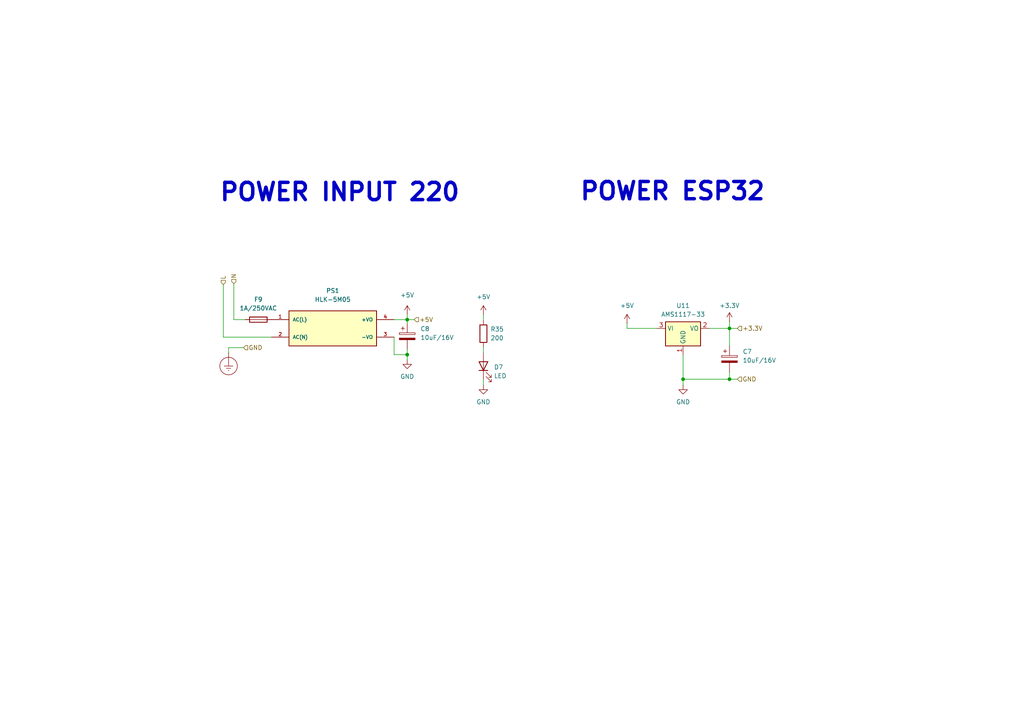
<source format=kicad_sch>
(kicad_sch (version 20231120) (generator "eeschema") (generator_version "8.0")
  (paper "A4")
  (title_block (title "IoT Node") (date "2026-01-28") (rev "V3") (company "PT. MEDION FARMA JAYA") (comment 1 "DESAIN @DMSRAGAA") (comment 2 "INSTITUT TEKNOLOGI SEPULUH NOPEMBER"))
  (lib_symbols
    (symbol "Device:C_Polarized" (pin_numbers hide) (pin_names (offset 0.254))
      (property "Reference" "C" (at 0.635 2.54 0))
      (property "Value" "C_Polarized" (at 0.635 -2.54 0))
      (symbol "C_Polarized_0_1"
        (rectangle (start -2.286 0.508) (end 2.286 1.016))
        (polyline (pts (xy -1.778 2.286) (xy -0.762 2.286)))
        (polyline (pts (xy -1.27 2.794) (xy -1.27 1.778)))
        (rectangle (start 2.286 -0.508) (end -2.286 -1.016) (fill (type outline)))
      )
      (symbol "C_Polarized_1_1"
        (pin passive line (at 0 3.81 270) (length 2.794) (name "~") (number "1"))
        (pin passive line (at 0 -3.81 90) (length 2.794) (name "~") (number "2"))
      )
    )
    (symbol "Device:Fuse" (pin_numbers hide) (pin_names (offset 0))
      (property "Reference" "F" (at 2.032 0 90))
      (property "Value" "Fuse" (at -1.905 0 90))
      (symbol "Fuse_0_1"
        (rectangle (start -0.762 -2.54) (end 0.762 2.54) (stroke (width 0.254)))
        (polyline (pts (xy 0 2.54) (xy 0 -2.54)))
      )
      (symbol "Fuse_1_1"
        (pin passive line (at 0 3.81 270) (length 1.27) (name "~") (number "1"))
        (pin passive line (at 0 -3.81 90) (length 1.27) (name "~") (number "2"))
      )
    )
    (symbol "Device:LED" (pin_numbers hide) (pin_names (offset 1.016) hide)
      (property "Reference" "D" (at 0 2.54 0))
      (property "Value" "LED" (at 0 -2.54 0))
      (symbol "LED_0_1"
        (polyline (pts (xy -1.27 -1.27) (xy -1.27 1.27)) (stroke (width 0.254)))
        (polyline (pts (xy -1.27 0) (xy 1.27 0)))
        (polyline (pts (xy 1.27 -1.27) (xy 1.27 1.27) (xy -1.27 0) (xy 1.27 -1.27)) (stroke (width 0.254)))
        (polyline (pts (xy -3.048 -0.762) (xy -4.572 -2.286) (xy -3.81 -2.286) (xy -4.572 -2.286) (xy -4.572 -1.524)))
        (polyline (pts (xy -1.778 -0.762) (xy -3.302 -2.286) (xy -2.54 -2.286) (xy -3.302 -2.286) (xy -3.302 -1.524)))
      )
      (symbol "LED_1_1"
        (pin passive line (at -3.81 0 0) (length 2.54) (name "K") (number "1"))
        (pin passive line (at 3.81 0 180) (length 2.54) (name "A") (number "2"))
      )
    )
    (symbol "Device:R" (pin_numbers hide) (pin_names (offset 0))
      (property "Reference" "R" (at 2.032 0 90))
      (property "Value" "R" (at 0 0 90))
      (symbol "R_0_1"
        (rectangle (start -1.016 -2.54) (end 1.016 2.54) (stroke (width 0.254)))
      )
      (symbol "R_1_1"
        (pin passive line (at 0 3.81 270) (length 1.27) (name "~") (number "1"))
        (pin passive line (at 0 -3.81 90) (length 1.27) (name "~") (number "2"))
      )
    )
    (symbol "HLK-20M05:HLK-20M05" (pin_names (offset 1.016))
      (property "Reference" "PS" (at -12.7 5.842 0))
      (property "Value" "HLK-20M05" (at -12.7 -7.62 0))
      (symbol "HLK-20M05_0_0"
        (rectangle (start -12.7 -5.08) (end 12.7 5.08) (stroke (width 0.254)) (fill (type background)))
        (pin input line (at -17.78 2.54 0) (length 5.08) (name "AC(L)") (number "1"))
        (pin input line (at -17.78 -2.54 0) (length 5.08) (name "AC(N)") (number "2"))
        (pin output line (at 17.78 -2.54 180) (length 5.08) (name "-VO") (number "3"))
        (pin output line (at 17.78 2.54 180) (length 5.08) (name "+VO") (number "4"))
      )
    )
    (symbol "Regulator_Linear:AP1117-33"
      (property "Reference" "U" (at -3.81 3.175 0))
      (property "Value" "AP1117-33" (at 0 3.175 0))
      (symbol "AP1117-33_0_1"
        (rectangle (start -5.08 -5.08) (end 5.08 1.905) (stroke (width 0.254)) (fill (type background)))
      )
      (symbol "AP1117-33_1_1"
        (pin power_in line (at 0 -7.62 90) (length 2.54) (name "GND") (number "1"))
        (pin power_out line (at 7.62 0 180) (length 2.54) (name "VO") (number "2"))
        (pin power_in line (at -7.62 0 0) (length 2.54) (name "VI") (number "3"))
      )
    )
    (symbol "power:+3.3V" (power) (pin_numbers hide) (pin_names (offset 0) hide)
      (property "Value" "+3.3V" (at 0 3.556 0))
      (symbol "+3.3V_0_1"
        (polyline (pts (xy -0.762 1.27) (xy 0 2.54)))
        (polyline (pts (xy 0 0) (xy 0 2.54)))
        (polyline (pts (xy 0 2.54) (xy 0.762 1.27)))
      )
      (symbol "+3.3V_1_1"
        (pin power_in line (at 0 0 90) (length 0) (name "~") (number "1"))
      )
    )
    (symbol "power:+5V" (power) (pin_numbers hide) (pin_names (offset 0) hide)
      (property "Value" "+5V" (at 0 3.556 0))
      (symbol "+5V_0_1"
        (polyline (pts (xy -0.762 1.27) (xy 0 2.54)))
        (polyline (pts (xy 0 0) (xy 0 2.54)))
        (polyline (pts (xy 0 2.54) (xy 0.762 1.27)))
      )
      (symbol "+5V_1_1"
        (pin power_in line (at 0 0 90) (length 0) (name "~") (number "1"))
      )
    )
    (symbol "power:Earth_Protective" (power) (pin_numbers hide) (pin_names (offset 0) hide)
      (property "Value" "Earth_Protective" (at 0 -7.62 0))
      (symbol "Earth_Protective_0_1"
        (circle (center 0 -3.81) (radius 2.54))
        (polyline (pts (xy -0.635 -4.445) (xy 0.635 -4.445)))
        (polyline (pts (xy -0.127 -5.08) (xy 0.127 -5.08)))
        (polyline (pts (xy 0 -3.81) (xy 0 0)))
        (polyline (pts (xy 1.27 -3.81) (xy -1.27 -3.81)))
      )
      (symbol "Earth_Protective_1_1"
        (pin power_in line (at 0 0 270) (length 0) (name "~") (number "1"))
      )
    )
    (symbol "power:GND" (power) (pin_numbers hide) (pin_names (offset 0) hide)
      (property "Value" "GND" (at 0 -3.81 0))
      (symbol "GND_0_1"
        (polyline (pts (xy 0 0) (xy 0 -1.27) (xy 1.27 -1.27) (xy 0 -2.54) (xy -1.27 -1.27) (xy 0 -1.27)))
      )
      (symbol "GND_1_1"
        (pin power_in line (at 0 0 270) (length 0) (name "~") (number "1"))
      )
    )
  )
  (junction (at 118.11 102.87))
  (junction (at 118.11 92.71))
  (junction (at 198.12 109.982))
  (junction (at 211.582 109.982))
  (junction (at 211.582 95.25))
  (wire (pts (xy 66.294 100.838) (xy 66.294 102.362)))
  (wire (pts (xy 198.12 102.87) (xy 198.12 109.982)))
  (wire (pts (xy 211.582 95.25) (xy 205.74 95.25)))
  (wire (pts (xy 66.294 100.838) (xy 70.612 100.838)))
  (wire (pts (xy 211.582 109.982) (xy 213.868 109.982)))
  (wire (pts (xy 114.3 92.71) (xy 118.11 92.71)))
  (wire (pts (xy 64.77 97.79) (xy 78.74 97.79)))
  (wire (pts (xy 211.582 107.95) (xy 211.582 109.982)))
  (wire (pts (xy 64.77 82.55) (xy 64.77 97.79)))
  (wire (pts (xy 211.582 93.218) (xy 211.582 95.25)))
  (wire (pts (xy 114.3 102.87) (xy 118.11 102.87)))
  (wire (pts (xy 118.11 92.71) (xy 120.142 92.71)))
  (wire (pts (xy 211.582 100.33) (xy 211.582 95.25)))
  (wire (pts (xy 140.208 91.186) (xy 140.208 92.964)))
  (wire (pts (xy 140.208 109.982) (xy 140.208 111.76)))
  (wire (pts (xy 118.11 102.87) (xy 118.11 104.394)))
  (wire (pts (xy 67.818 92.71) (xy 67.818 82.296)))
  (wire (pts (xy 181.864 93.726) (xy 181.864 95.25)))
  (wire (pts (xy 211.582 95.25) (xy 213.868 95.25)))
  (wire (pts (xy 211.582 109.982) (xy 198.12 109.982)))
  (wire (pts (xy 140.208 100.584) (xy 140.208 102.362)))
  (wire (pts (xy 181.864 95.25) (xy 190.5 95.25)))
  (wire (pts (xy 118.11 101.346) (xy 118.11 102.87)))
  (wire (pts (xy 198.12 111.76) (xy 198.12 109.982)))
  (wire (pts (xy 114.3 97.79) (xy 114.3 102.87)))
  (wire (pts (xy 71.12 92.71) (xy 67.818 92.71)))
  (wire (pts (xy 118.11 92.71) (xy 118.11 93.726)))
  (wire (pts (xy 118.11 91.186) (xy 118.11 92.71)))
  (text "POWER INPUT 220" (at 98.552 55.88 0) (effects (font (size 5 5) (bold yes))))
  (text "POWER ESP32" (at 195.072 55.626 0) (effects (font (size 5 5) (thickness 1) (bold yes))))
  (hierarchical_label "GND" (shape input) (at 213.868 109.982 0))
  (hierarchical_label "L" (shape input) (at 64.77 82.55 90))
  (hierarchical_label "+5V" (shape input) (at 120.142 92.71 0))
  (hierarchical_label "+3.3V" (shape input) (at 213.868 95.25 0))
  (hierarchical_label "GND" (shape input) (at 70.612 100.838 0))
  (hierarchical_label "N" (shape input) (at 67.818 82.296 90))
  (symbol (lib_id "power:+5V") (at 181.864 93.726 0) (unit 1)
    (property "Reference" "#PWR024" (effects (hide yes)))
    (property "Value" "+5V" (at 181.864 88.646 0))
    (property "Description" "Power symbol creates a global label with name \"+5V\"" (effects (hide yes)))
  )
  (symbol (lib_id "power:+5V") (at 140.208 91.186 0) (unit 1)
    (property "Reference" "#PWR029" (effects (hide yes)))
    (property "Value" "+5V" (at 140.208 86.106 0))
    (property "Description" "Power symbol creates a global label with name \"+5V\"" (effects (hide yes)))
  )
  (symbol (lib_id "power:GND") (at 118.11 104.394 0) (unit 1)
    (property "Reference" "#PWR028" (effects (hide yes)))
    (property "Value" "GND" (at 118.11 109.22 0))
    (property "Description" "Power symbol creates a global label with name \"GND\" , ground" (effects (hide yes)))
  )
  (symbol (lib_id "power:Earth_Protective") (at 66.294 102.362 0) (unit 1)
    (property "Reference" "#PWR023" (effects (hide yes)))
    (property "Value" "Earth_Protective" (effects (hide yes)))
    (property "Description" "Power symbol creates a global label with name \"Earth_Protective\"" (effects (hide yes)))
  )
  (symbol (lib_id "power:+3.3V") (at 211.582 93.218 0) (unit 1)
    (property "Reference" "#PWR026" (effects (hide yes)))
    (property "Value" "+3.3V" (at 211.582 88.646 0))
    (property "Description" "Power symbol creates a global label with name \"+3.3V\"" (effects (hide yes)))
  )
  (symbol (lib_id "Device:Fuse") (at 74.93 92.71 90) (unit 1)
    (property "Reference" "F9" (at 74.93 86.868 90))
    (property "Value" "1A/250VAC" (at 74.93 89.408 90))
    (property "Footprint" "Capacitor_THT:C_Rect_L7.0mm_W2.5mm_P5.00mm" (effects (hide yes)))
    (property "Description" "Fuse" (effects (hide yes)))
  )
  (symbol (lib_id "HLK-20M05:HLK-20M05") (at 96.52 95.25 0) (unit 1)
    (property "Reference" "PS1" (at 96.52 84.328 0))
    (property "Value" "HLK-5M05" (at 96.52 86.868 0))
    (property "Footprint" "Converter_ACDC:Converter_ACDC_Hi-Link_HLK-5Mxx" (effects (hide yes)))
    (property "PARTREV" "V1.3" (effects (hide yes)))
    (property "MANUFACTURER" "Hi-Link" (effects (hide yes)))
    (property "MAXIMUM_PACKAGE_HEIGHT" "22.5 mm" (effects (hide yes)))
    (property "STANDARD" "Manufacturer Recommendations" (effects (hide yes)))
    (property "LCSC" "C209907" (effects (hide yes)))
  )
  (symbol (lib_id "power:GND") (at 140.208 111.76 0) (unit 1)
    (property "Reference" "#PWR030" (effects (hide yes)))
    (property "Value" "GND" (at 140.208 116.586 0))
    (property "Description" "Power symbol creates a global label with name \"GND\" , ground" (effects (hide yes)))
  )
  (symbol (lib_id "Device:C_Polarized") (at 118.11 97.536 0) (unit 1)
    (property "Reference" "C8" (at 121.92 95.3769 0) (effects (justify left)))
    (property "Value" "10uF/16V" (at 121.92 97.9169 0) (effects (justify left)))
    (property "Footprint" "Capacitor_SMD:CP_Elec_4x5.8" (effects (hide yes)))
    (property "Description" "Polarized capacitor" (effects (hide yes)))
    (property "LCSC" "C59932" (effects (hide yes)))
  )
  (symbol (lib_id "Regulator_Linear:AP1117-33") (at 198.12 95.25 0) (unit 1)
    (property "Reference" "U11" (at 198.12 88.646 0))
    (property "Value" "AMS1117-33" (at 198.12 91.186 0))
    (property "Footprint" "Package_TO_SOT_SMD:SOT-223-3_TabPin2" (effects (hide yes)))
    (property "Datasheet" "http://www.diodes.com/datasheets/AP1117.pdf" (effects (hide yes)))
    (property "Description" "1A Low Dropout regulator, positive, 3.3V fixed output, SOT-223" (effects (hide yes)))
    (property "LCSC" "C6186" (effects (hide yes)))
  )
  (symbol (lib_id "Device:LED") (at 140.208 106.172 90) (unit 1)
    (property "Reference" "D7" (at 143.256 106.4894 90) (effects (justify right)))
    (property "Value" "LED" (at 143.256 109.0294 90) (effects (justify right)))
    (property "Footprint" "LED_THT:LED_D3.0mm" (effects (hide yes)))
    (property "Description" "Light emitting diode" (effects (hide yes)))
    (property "LCSC" "C2297" (effects (hide yes)))
  )
  (symbol (lib_id "power:+5V") (at 118.11 91.186 0) (unit 1)
    (property "Reference" "#PWR027" (effects (hide yes)))
    (property "Value" "+5V" (at 118.11 85.598 0))
    (property "Description" "Power symbol creates a global label with name \"+5V\"" (effects (hide yes)))
  )
  (symbol (lib_id "Device:R") (at 140.208 96.774 0) (unit 1)
    (property "Reference" "R35" (at 142.24 95.5039 0) (effects (justify left)))
    (property "Value" "200" (at 142.24 98.0439 0) (effects (justify left)))
    (property "Footprint" "Resistor_SMD:R_0805_2012Metric_Pad1.20x1.40mm_HandSolder" (effects (hide yes)))
    (property "Description" "Resistor" (effects (hide yes)))
    (property "LCSC" "C17540" (effects (hide yes)))
  )
  (symbol (lib_id "Device:C_Polarized") (at 211.582 104.14 0) (unit 1)
    (property "Reference" "C7" (at 215.392 101.9809 0) (effects (justify left)))
    (property "Value" "10uF/16V" (at 215.392 104.5209 0) (effects (justify left)))
    (property "Footprint" "Capacitor_SMD:CP_Elec_4x5.8" (effects (hide yes)))
    (property "Description" "Polarized capacitor" (effects (hide yes)))
    (property "LCSC" "C59932" (effects (hide yes)))
  )
  (symbol (lib_id "power:GND") (at 198.12 111.76 0) (unit 1)
    (property "Reference" "#PWR025" (effects (hide yes)))
    (property "Value" "GND" (at 198.12 116.586 0))
    (property "Description" "Power symbol creates a global label with name \"GND\" , ground" (effects (hide yes)))
  )
)
</source>
